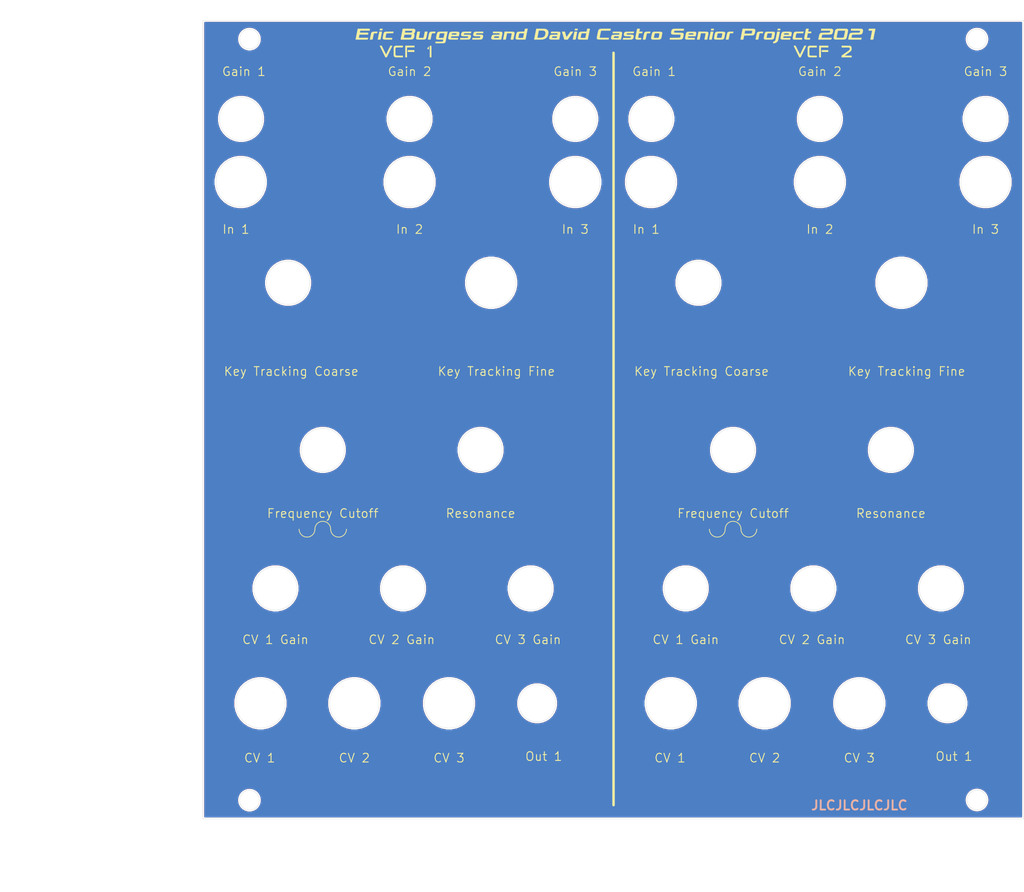
<source format=kicad_pcb>
(kicad_pcb (version 20171130) (host pcbnew "(5.1.12)-1")
  (layers (0 F.Cu signal hide) (31 B.Cu signal hide) (34 B.Paste user) (35 F.Paste user) (36 B.SilkS user) (37 F.SilkS user) (38 B.Mask user) (39 F.Mask user) (44 Edge.Cuts user))
  (net 0 "")
  (module "ECAD Models:VCFLOGO_SeniorProject" (layer F.Cu) (at 97.1 28.3)
    (fp_text reference Ref** hide)
    (fp_text value Val** hide)
  )
  (module "ECAD Models:none" (layer F.Cu) (at 123.85 71.45)
    (fp_text reference H1)
    (fp_text value MountingHole)
  )
  (gr_text JLCJLCJLCJLC (at 137.16 151.13) (layer B.SilkS) (effects (font (size 1.5 1.5) (thickness 0.3))))
  (gr_circle (center 130.81 40.64) (end 134.31 40.64) (layer Edge.Cuts) (width 0.05))
  (gr_circle (center 157.48 40.64) (end 160.98 40.64) (layer Edge.Cuts) (width 0.05))
  (gr_circle (center 142.24 93.915) (end 145.74 93.915) (layer Edge.Cuts) (width 0.05))
  (gr_circle (center 103.69 40.64) (end 107.19 40.64) (layer Edge.Cuts) (width 0.05))
  (gr_circle (center 103.632 50.8) (end 107.632 50.8) (layer Edge.Cuts) (width 0.05))
  (gr_circle (center 130.81 50.8) (end 134.81 50.8) (layer Edge.Cuts) (width 0.05))
  (gr_arc (start 114.3 106.68) (end 113.03 106.68) (angle -180) (layer F.SilkS) (width 0.12))
  (gr_circle (center 157.48 50.8) (end 161.48 50.8) (layer Edge.Cuts) (width 0.05))
  (gr_arc (start 116.84 106.68) (end 118.11 106.68) (angle -180) (layer F.SilkS) (width 0.12))
  (gr_arc (start 119.38 106.68) (end 118.11 106.68) (angle -180) (layer F.SilkS) (width 0.12))
  (gr_text "In 2" (at 130.81 58.42) (layer F.SilkS) (effects (font (size 1.4 1.4))))
  (gr_text "Gain 3" (at 157.48 33.02) (layer F.SilkS) (effects (font (size 1.4 1.4))))
  (gr_text "Gain 1" (at 104.14 33.02) (layer F.SilkS) (effects (font (size 1.4 1.4))))
  (gr_text "Gain 2" (at 130.81 33.02) (layer F.SilkS) (effects (font (size 1.4 1.4))))
  (gr_text "In 3" (at 157.48 58.42) (layer F.SilkS) (effects (font (size 1.4 1.4))))
  (gr_text "In 1" (at 102.87 58.42) (layer F.SilkS) (effects (font (size 1.4 1.4))))
  (gr_circle (center 137.16 134.702) (end 141.16 134.702) (layer Edge.Cuts) (width 0.05))
  (gr_circle (center 121.92 134.702) (end 125.92 134.702) (layer Edge.Cuts) (width 0.05))
  (gr_circle (center 106.807 134.702) (end 110.807 134.702) (layer Edge.Cuts) (width 0.05))
  (gr_circle (center 129.76 116.205) (end 133.26 116.205) (layer Edge.Cuts) (width 0.05))
  (gr_circle (center 150.3 116.205) (end 153.8 116.205) (layer Edge.Cuts) (width 0.05))
  (gr_circle (center 151.347 134.702) (end 154.347 134.702) (layer Edge.Cuts) (width 0.05))
  (gr_circle (center 109.22 116.205) (end 112.72 116.205) (layer Edge.Cuts) (width 0.05))
  (gr_circle (center 111.267 67.015) (end 114.767 67.015) (layer Edge.Cuts) (width 0.05))
  (gr_circle (center 143.94 67.015) (end 147.94 67.015) (layer Edge.Cuts) (width 0.05))
  (gr_circle (center 116.84 93.915) (end 120.34 93.915) (layer Edge.Cuts) (width 0.05))
  (gr_text "CV 1 Gain" (at 109.22 124.46) (layer F.SilkS) (effects (font (size 1.4 1.4))))
  (gr_text "CV 2" (at 121.92 143.51) (layer F.SilkS) (effects (font (size 1.4 1.4))))
  (gr_text "CV 2 Gain" (at 129.54 124.46) (layer F.SilkS) (effects (font (size 1.4 1.4))))
  (gr_text "CV 3" (at 137.16 143.51) (layer F.SilkS) (effects (font (size 1.4 1.4))))
  (gr_text "Key Tracking Fine" (at 144.78 81.28) (layer F.SilkS) (effects (font (size 1.4 1.4))))
  (gr_text "CV 3 Gain" (at 149.86 124.46) (layer F.SilkS) (effects (font (size 1.4 1.4))))
  (gr_text "Key Tracking Coarse" (at 111.76 81.28) (layer F.SilkS) (effects (font (size 1.4 1.4))))
  (gr_text "Out 1" (at 152.4 143.256) (layer F.SilkS) (effects (font (size 1.4 1.4))))
  (gr_text "CV 1" (at 106.68 143.51) (layer F.SilkS) (effects (font (size 1.4 1.4))))
  (gr_text "Frequency Cutoff" (at 116.84 104.14) (layer F.SilkS) (effects (font (size 1.4 1.4))))
  (gr_text Resonance (at 142.24 104.14) (layer F.SilkS) (effects (font (size 1.4 1.4))))
  (gr_text "Gain 3" (at 91.44 33.02) (layer F.SilkS) (effects (font (size 1.4 1.4))))
  (gr_text "Gain 2" (at 64.77 33.02) (layer F.SilkS) (effects (font (size 1.4 1.4))))
  (gr_text "Gain 1" (at 38.1 33.02) (layer F.SilkS) (effects (font (size 1.4 1.4))))
  (gr_text "In 3" (at 91.44 58.42) (layer F.SilkS) (effects (font (size 1.4 1.4))))
  (gr_text "In 2" (at 64.77 58.42) (layer F.SilkS) (effects (font (size 1.4 1.4))))
  (gr_circle (center 91.44 40.64) (end 94.94 40.64) (layer Edge.Cuts) (width 0.05))
  (gr_circle (center 64.77 40.64) (end 68.27 40.64) (layer Edge.Cuts) (width 0.05))
  (gr_text "CV 2 Gain" (at 63.5 124.46) (layer F.SilkS) (effects (font (size 1.4 1.4))))
  (gr_circle (center 63.72 116.205) (end 67.22 116.205) (layer Edge.Cuts) (width 0.05))
  (gr_circle (center 37.65 40.64) (end 41.15 40.64) (layer Edge.Cuts) (width 0.05))
  (gr_circle (center 76.2 93.915) (end 79.7 93.915) (layer Edge.Cuts) (width 0.05))
  (gr_circle (center 64.77 50.8) (end 68.77 50.8) (layer Edge.Cuts) (width 0.05))
  (gr_circle (center 91.44 50.8) (end 95.44 50.8) (layer Edge.Cuts) (width 0.05))
  (gr_circle (center 37.592 50.8) (end 41.592 50.8) (layer Edge.Cuts) (width 0.05))
  (gr_text "In 1" (at 36.83 58.42) (layer F.SilkS) (effects (font (size 1.4 1.4))))
  (gr_text "CV 3 Gain" (at 83.82 124.46) (layer F.SilkS) (effects (font (size 1.4 1.4))))
  (gr_circle (center 84.26 116.205) (end 87.76 116.205) (layer Edge.Cuts) (width 0.05))
  (gr_arc (start 48.26 106.68) (end 46.99 106.68) (angle -180) (layer F.SilkS) (width 0.12))
  (gr_arc (start 53.34 106.68) (end 52.07 106.68) (angle -180) (layer F.SilkS) (width 0.12))
  (gr_arc (start 50.8 106.68) (end 52.07 106.68) (angle -180) (layer F.SilkS) (width 0.12))
  (gr_text Resonance (at 76.2 104.14) (layer F.SilkS) (effects (font (size 1.4 1.4))))
  (gr_circle (center 50.8 93.915) (end 54.3 93.915) (layer Edge.Cuts) (width 0.05))
  (gr_text "Key Tracking Fine" (at 78.74 81.28) (layer F.SilkS) (effects (font (size 1.4 1.4))))
  (gr_text "Key Tracking Coarse" (at 45.72 81.28) (layer F.SilkS) (effects (font (size 1.4 1.4))))
  (gr_text "CV 1 Gain" (at 43.18 124.46) (layer F.SilkS) (effects (font (size 1.4 1.4))))
  (gr_text "Out 1" (at 86.36 143.256) (layer F.SilkS) (effects (font (size 1.4 1.4))))
  (gr_line (start 97.6 30) (end 97.6 151.086) (layer F.SilkS) (width 0.4))
  (gr_text "CV 3" (at 71.12 143.51) (layer F.SilkS) (effects (font (size 1.4 1.4))))
  (gr_text "CV 2" (at 55.88 143.51) (layer F.SilkS) (effects (font (size 1.4 1.4))))
  (gr_text "CV 1" (at 40.64 143.51) (layer F.SilkS) (effects (font (size 1.4 1.4))))
  (gr_text "Frequency Cutoff" (at 50.8 104.14) (layer F.SilkS) (effects (font (size 1.4 1.4))))
  (gr_circle (center 156.1 27.8) (end 157.7 27.8) (layer Edge.Cuts) (width 0.05))
  (gr_circle (center 39 27.8) (end 40.6 27.8) (layer Edge.Cuts) (width 0.05))
  (gr_circle (center 39 150.3) (end 40.6 150.3) (layer Edge.Cuts) (width 0.05))
  (gr_circle (center 77.9 67.015) (end 81.9 67.015) (layer Edge.Cuts) (width 0.05))
  (gr_circle (center 45.227 67.015) (end 48.727 67.015) (layer Edge.Cuts) (width 0.05))
  (gr_circle (center 85.307 134.702) (end 88.307 134.702) (layer Edge.Cuts) (width 0.05))
  (gr_circle (center 71.12 134.702) (end 75.12 134.702) (layer Edge.Cuts) (width 0.05))
  (gr_circle (center 55.88 134.702) (end 59.88 134.702) (layer Edge.Cuts) (width 0.05))
  (gr_circle (center 40.767 134.702) (end 44.767 134.702) (layer Edge.Cuts) (width 0.05))
  (gr_circle (center 156.1 150.2664) (end 157.7 150.2664) (layer Edge.Cuts) (width 0.05))
  (gr_circle (center 43.18 116.205) (end 46.68 116.205) (layer Edge.Cuts) (width 0.05))
  (gr_line (start 31.5 24.8) (end 31.5 153.3) (layer Edge.Cuts) (width 0.05))
  (gr_line (start 163.58 24.8) (end 163.58 153.3) (layer Edge.Cuts) (width 0.05))
  (gr_line (start 31.5 153.3) (end 163.58 153.3) (layer Edge.Cuts) (width 0.05))
  (gr_line (start 31.5 24.8) (end 163.58 24.8) (layer Edge.Cuts) (width 0.05))
  (zone (net 0) (net_name "") (layer F.Cu) (connect_pads yes (clearance 0.2)) (min_thickness 0.254) (fill yes (arc_segments 32) (thermal_gap 0.508) (thermal_bridge_width 0.508))
    (polygon (pts (xy 163.575 153.3) (xy 31.5 153.3) (xy 31.5 24.8) (xy 163.575 24.8)))
  )
  (zone (net 0) (net_name "") (layer B.Cu) (connect_pads yes (clearance 0.2)) (min_thickness 0.254) (fill yes (arc_segments 32) (thermal_gap 0.508) (thermal_bridge_width 0.508))
    (polygon (pts (xy 163.575 153.3) (xy 31.5 153.3) (xy 31.5 24.8) (xy 163.575 24.8)))
  )
)
</source>
